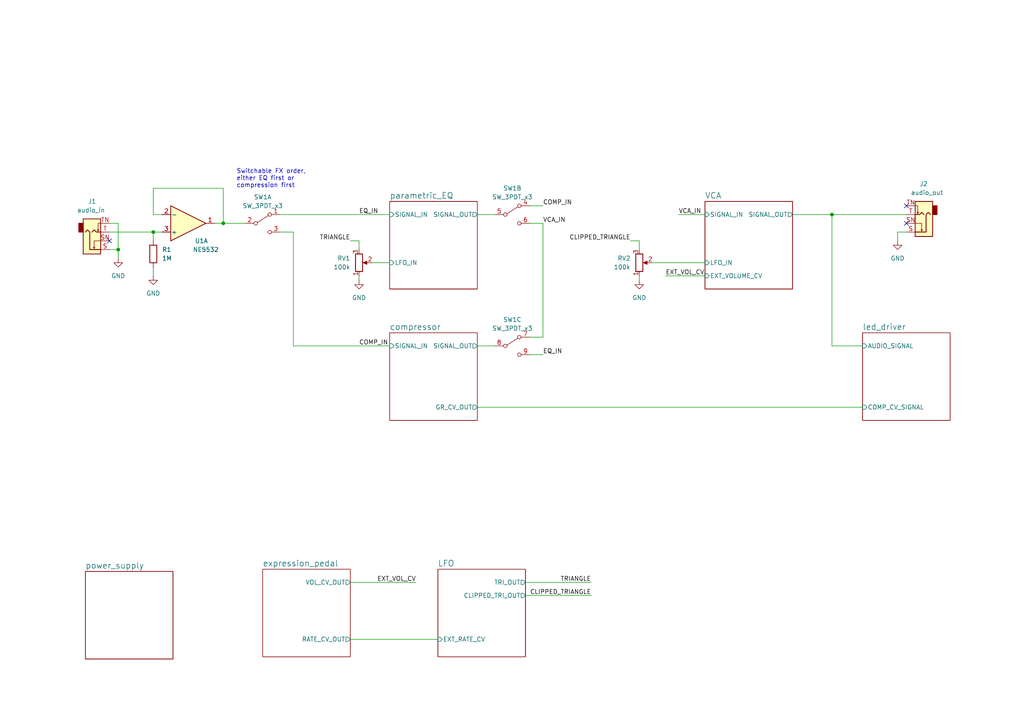
<source format=kicad_sch>
(kicad_sch (version 20211123) (generator eeschema)
  (paper "A4")
  (title_block (title "Wiggly EQ") (date "2022-08-01") (rev "0") (comment 2 "creativecommons.org/licenses/by/4.0") (comment 3 "License: CC by 4.0") (comment 4 "Author: Jordan Aceto"))
  (lib_symbols
    (symbol "Amplifier_Operational:NE5532" (pin_names (offset 0.127))
      (property "Reference" "U" (at 0 5.08 0))
      (property "Value" "NE5532" (at 0 -5.08 0))
      (symbol "NE5532_1_1"
        (polyline (pts (xy -5.08 5.08) (xy 5.08 0) (xy -5.08 -5.08) (xy -5.08 5.08)) (stroke (width 0.254)) (fill (type background)))
        (pin output line (at 7.62 0 180) (length 2.54) (name "~") (number "1"))
        (pin input line (at -7.62 -2.54 0) (length 2.54) (name "-") (number "2"))
        (pin input line (at -7.62 2.54 0) (length 2.54) (name "+") (number "3"))
      )
      (symbol "NE5532_2_1"
        (polyline (pts (xy -5.08 5.08) (xy 5.08 0) (xy -5.08 -5.08) (xy -5.08 5.08)) (stroke (width 0.254)) (fill (type background)))
        (pin input line (at -7.62 2.54 0) (length 2.54) (name "+") (number "5"))
        (pin input line (at -7.62 -2.54 0) (length 2.54) (name "-") (number "6"))
        (pin output line (at 7.62 0 180) (length 2.54) (name "~") (number "7"))
      )
      (symbol "NE5532_3_1"
        (pin power_in line (at -2.54 -7.62 90) (length 3.81) (name "V-") (number "4"))
        (pin power_in line (at -2.54 7.62 270) (length 3.81) (name "V+") (number "8"))
      )
    )
    (symbol "Connector:AudioJack2_Switch"
      (property "Reference" "J" (at 0 11.43 0))
      (property "Value" "AudioJack2_Switch" (at 0 8.89 0))
      (symbol "AudioJack2_Switch_0_1"
        (rectangle (start -2.54 0) (end -3.81 -2.54) (stroke (width 0.254)) (fill (type outline)))
        (rectangle (start 2.54 6.35) (end -2.54 -3.81) (stroke (width 0.254)) (fill (type background)))
      )
      (symbol "AudioJack2_Switch_1_1"
        (polyline (pts (xy 0.635 4.826) (xy 0.889 4.318)))
        (polyline (pts (xy 1.778 -0.254) (xy 2.032 -0.762)))
        (polyline (pts (xy 0 0) (xy 0.635 -0.635) (xy 1.27 0) (xy 2.54 0)) (stroke (width 0.254)))
        (polyline (pts (xy 2.54 -2.54) (xy 1.778 -2.54) (xy 1.778 -0.254) (xy 1.524 -0.762)))
        (polyline (pts (xy 2.54 2.54) (xy 0.635 2.54) (xy 0.635 4.826) (xy 0.381 4.318)))
        (polyline (pts (xy 2.54 5.08) (xy -0.635 5.08) (xy -0.635 0) (xy -1.27 -0.635) (xy -1.905 0)) (stroke (width 0.254)))
        (pin passive line (at 5.08 5.08 180) (length 2.54) (name "~") (number "S"))
        (pin passive line (at 5.08 2.54 180) (length 2.54) (name "~") (number "SN"))
        (pin passive line (at 5.08 0 180) (length 2.54) (name "~") (number "T"))
        (pin passive line (at 5.08 -2.54 180) (length 2.54) (name "~") (number "TN"))
      )
    )
    (symbol "Device:R" (pin_numbers hide) (pin_names (offset 0))
      (property "Reference" "R" (at 2.032 0 90))
      (property "Value" "R" (at 0 0 90))
      (symbol "R_0_1"
        (rectangle (start -1.016 -2.54) (end 1.016 2.54) (stroke (width 0.254)))
      )
      (symbol "R_1_1"
        (pin passive line (at 0 3.81 270) (length 1.27) (name "~") (number "1"))
        (pin passive line (at 0 -3.81 90) (length 1.27) (name "~") (number "2"))
      )
    )
    (symbol "Device:R_Potentiometer" (pin_names (offset 1.016) hide)
      (property "Reference" "RV" (at -4.445 0 90))
      (property "Value" "R_Potentiometer" (at -2.54 0 90))
      (symbol "R_Potentiometer_0_1"
        (polyline (pts (xy 2.54 0) (xy 1.524 0)))
        (polyline (pts (xy 1.143 0) (xy 2.286 0.508) (xy 2.286 -0.508) (xy 1.143 0)) (fill (type outline)))
        (rectangle (start 1.016 2.54) (end -1.016 -2.54) (stroke (width 0.254)))
      )
      (symbol "R_Potentiometer_1_1"
        (pin passive line (at 0 3.81 270) (length 1.27) (name "1") (number "1"))
        (pin passive line (at 3.81 0 180) (length 1.27) (name "2") (number "2"))
        (pin passive line (at 0 -3.81 90) (length 1.27) (name "3") (number "3"))
      )
    )
    (symbol "custom_components:SW_3PDT_x3" (pin_names (offset 0) hide)
      (property "Reference" "SW?" (at 0 7.62 0))
      (property "Value" "SW_3PDT_x3" (at 0 5.08 0))
      (symbol "SW_3PDT_x3_0_0"
        (circle (center -2.032 0) (radius 0.508))
        (circle (center 2.032 -2.54) (radius 0.508))
      )
      (symbol "SW_3PDT_x3_0_1"
        (polyline (pts (xy -1.524 0.254) (xy 1.651 2.286)))
        (circle (center 2.032 2.54) (radius 0.508))
      )
      (symbol "SW_3PDT_x3_1_1"
        (pin passive line (at 5.08 2.54 180) (length 2.54) (name "A") (number "1"))
        (pin passive line (at -5.08 0 0) (length 2.54) (name "B") (number "2"))
        (pin passive line (at 5.08 -2.54 180) (length 2.54) (name "C") (number "3"))
      )
      (symbol "SW_3PDT_x3_2_1"
        (pin passive line (at 5.08 2.54 180) (length 2.54) (name "A") (number "4"))
        (pin passive line (at -5.08 0 0) (length 2.54) (name "B") (number "5"))
        (pin passive line (at 5.08 -2.54 180) (length 2.54) (name "C") (number "6"))
      )
      (symbol "SW_3PDT_x3_3_1"
        (pin passive line (at 5.08 2.54 180) (length 2.54) (name "A") (number "7"))
        (pin passive line (at -5.08 0 0) (length 2.54) (name "B") (number "8"))
        (pin passive line (at 5.08 -2.54 180) (length 2.54) (name "C") (number "9"))
      )
    )
    (symbol "power:GND" (power) (pin_names (offset 0))
      (property "Value" "GND" (at 0 -3.81 0))
      (symbol "GND_0_1"
        (polyline (pts (xy 0 0) (xy 0 -1.27) (xy 1.27 -1.27) (xy 0 -2.54) (xy -1.27 -1.27) (xy 0 -1.27)))
      )
      (symbol "GND_1_1"
        (pin power_in line (at 0 0 270) (length 0) hide (name "GND") (number "1"))
      )
    )
  )
  (junction (at 34.29 72.39))
  (junction (at 44.45 67.31))
  (junction (at 64.77 64.77))
  (junction (at 241.3 62.23))
  (no_connect (at 262.89 59.69))
  (no_connect (at 262.89 64.77))
  (no_connect (at 31.75 69.85))
  (wire (pts (xy 101.6 69.85) (xy 104.14 69.85)))
  (wire (pts (xy 182.88 69.85) (xy 185.42 69.85)))
  (wire (pts (xy 81.28 67.31) (xy 85.09 67.31)))
  (wire (pts (xy 250.19 100.33) (xy 241.3 100.33)))
  (wire (pts (xy 31.75 67.31) (xy 44.45 67.31)))
  (wire (pts (xy 34.29 72.39) (xy 31.75 72.39)))
  (wire (pts (xy 193.04 80.01) (xy 204.47 80.01)))
  (wire (pts (xy 107.95 76.2) (xy 113.03 76.2)))
  (wire (pts (xy 44.45 77.47) (xy 44.45 80.01)))
  (wire (pts (xy 241.3 100.33) (xy 241.3 62.23)))
  (wire (pts (xy 64.77 64.77) (xy 62.23 64.77)))
  (wire (pts (xy 157.48 97.79) (xy 157.48 64.77)))
  (wire (pts (xy 34.29 74.93) (xy 34.29 72.39)))
  (wire (pts (xy 85.09 100.33) (xy 113.03 100.33)))
  (wire (pts (xy 44.45 69.85) (xy 44.45 67.31)))
  (wire (pts (xy 153.67 59.69) (xy 157.48 59.69)))
  (wire (pts (xy 64.77 54.61) (xy 64.77 64.77)))
  (wire (pts (xy 34.29 64.77) (xy 31.75 64.77)))
  (wire (pts (xy 153.67 102.87) (xy 157.48 102.87)))
  (wire (pts (xy 152.4 168.91) (xy 171.45 168.91)))
  (wire (pts (xy 185.42 69.85) (xy 185.42 72.39)))
  (wire (pts (xy 101.6 185.42) (xy 127 185.42)))
  (wire (pts (xy 185.42 80.01) (xy 185.42 81.28)))
  (wire (pts (xy 44.45 67.31) (xy 46.99 67.31)))
  (wire (pts (xy 204.47 62.23) (xy 196.85 62.23)))
  (wire (pts (xy 138.43 100.33) (xy 143.51 100.33)))
  (wire (pts (xy 81.28 62.23) (xy 113.03 62.23)))
  (wire (pts (xy 101.6 168.91) (xy 120.65 168.91)))
  (wire (pts (xy 104.14 69.85) (xy 104.14 72.39)))
  (wire (pts (xy 85.09 67.31) (xy 85.09 100.33)))
  (wire (pts (xy 152.4 172.72) (xy 171.45 172.72)))
  (wire (pts (xy 44.45 54.61) (xy 64.77 54.61)))
  (wire (pts (xy 229.87 62.23) (xy 241.3 62.23)))
  (wire (pts (xy 241.3 62.23) (xy 262.89 62.23)))
  (wire (pts (xy 104.14 80.01) (xy 104.14 81.28)))
  (wire (pts (xy 157.48 64.77) (xy 153.67 64.77)))
  (wire (pts (xy 260.35 69.85) (xy 260.35 67.31)))
  (wire (pts (xy 46.99 62.23) (xy 44.45 62.23)))
  (wire (pts (xy 260.35 67.31) (xy 262.89 67.31)))
  (wire (pts (xy 34.29 72.39) (xy 34.29 64.77)))
  (wire (pts (xy 138.43 118.11) (xy 250.19 118.11)))
  (wire (pts (xy 189.23 76.2) (xy 204.47 76.2)))
  (wire (pts (xy 143.51 62.23) (xy 138.43 62.23)))
  (wire (pts (xy 64.77 64.77) (xy 71.12 64.77)))
  (wire (pts (xy 153.67 97.79) (xy 157.48 97.79)))
  (wire (pts (xy 44.45 62.23) (xy 44.45 54.61)))
  (text "Switchable FX order,\neither EQ first or\ncompression first" (at 68.58 54.61 0) (effects (font (size 1.27 1.27)) (justify left bottom)))
  (label "VCA_IN" (at 157.48 64.77 0))
  (label "CLIPPED_TRIANGLE" (at 171.45 172.72 180))
  (label "EQ_IN" (at 104.14 62.23 0))
  (label "VCA_IN" (at 196.85 62.23 0))
  (label "COMP_IN" (at 157.48 59.69 0))
  (label "EQ_IN" (at 157.48 102.87 0))
  (label "CLIPPED_TRIANGLE" (at 182.88 69.85 180))
  (label "TRIANGLE" (at 101.6 69.85 180))
  (label "EXT_VOL_CV" (at 193.04 80.01 0))
  (label "COMP_IN" (at 104.14 100.33 0))
  (label "EXT_VOL_CV" (at 120.65 168.91 180))
  (label "TRIANGLE" (at 171.45 168.91 180))
  (symbol (lib_id "custom_components:SW_3PDT_x3") (at 148.59 100.33 0) (unit 3)
    (property "Reference" "SW1" (at 148.59 92.71 0))
    (property "Value" "SW_3PDT_x3" (at 148.59 95.25 0))
  )
  (symbol (lib_id "power:GND") (at 44.45 80.01 0) (unit 1)
    (property "Reference" "#PWR03" (effects hide))
    (property "Value" "GND" (at 44.45 85.09 0))
  )
  (symbol (lib_id "custom_components:SW_3PDT_x3") (at 76.2 64.77 0) (unit 1)
    (property "Reference" "SW1" (at 76.2 57.15 0))
    (property "Value" "SW_3PDT_x3" (at 76.2 59.69 0))
  )
  (symbol (lib_id "power:GND") (at 104.14 81.28 0) (unit 1)
    (property "Reference" "#PWR04" (effects hide))
    (property "Value" "GND" (at 104.14 86.36 0))
  )
  (symbol (lib_id "Device:R_Potentiometer") (at 104.14 76.2 0) (mirror x) (unit 1)
    (property "Reference" "RV1" (at 101.6 74.9299 0) (effects (justify right)))
    (property "Value" "100k" (at 101.6 77.4699 0) (effects (justify right)))
  )
  (symbol (lib_id "power:GND") (at 34.29 74.93 0) (unit 1)
    (property "Reference" "#PWR02" (effects hide))
    (property "Value" "GND" (at 34.29 80.01 0))
  )
  (symbol (lib_id "custom_components:SW_3PDT_x3") (at 148.59 62.23 0) (unit 2)
    (property "Reference" "SW1" (at 148.59 54.61 0))
    (property "Value" "SW_3PDT_x3" (at 148.59 57.15 0))
  )
  (symbol (lib_id "power:GND") (at 185.42 81.28 0) (unit 1)
    (property "Reference" "#PWR05" (effects hide))
    (property "Value" "GND" (at 185.42 86.36 0))
  )
  (symbol (lib_id "Device:R") (at 44.45 73.66 0) (unit 1)
    (property "Reference" "R1" (at 46.99 72.3899 0) (effects (justify left)))
    (property "Value" "1M" (at 46.99 74.9299 0) (effects (justify left)))
  )
  (symbol (lib_id "Device:R_Potentiometer") (at 185.42 76.2 0) (mirror x) (unit 1)
    (property "Reference" "RV2" (at 182.88 74.9299 0) (effects (justify right)))
    (property "Value" "100k" (at 182.88 77.4699 0) (effects (justify right)))
  )
  (symbol (lib_id "Amplifier_Operational:NE5532") (at 54.61 64.77 0) (mirror x) (unit 1)
    (property "Reference" "U1" (at 58.42 69.85 0))
    (property "Value" "NE5532" (at 59.69 72.39 0))
    (property "Footprint" "Package_DIP:DIP-8_W7.62mm" (effects hide))
    (property "Datasheet" "http://www.ti.com/lit/ds/symlink/ne5532.pdf" (effects hide))
  )
  (symbol (lib_id "Connector:AudioJack2_Switch") (at 267.97 62.23 180) (unit 1)
    (property "Reference" "J2" (at 266.7 53.34 0) (effects (justify right)))
    (property "Value" "audio_out" (at 264.16 55.88 0) (effects (justify right)))
  )
  (symbol (lib_id "power:GND") (at 260.35 69.85 0) (mirror y) (unit 1)
    (property "Reference" "#PWR0101" (effects hide))
    (property "Value" "GND" (at 260.35 74.93 0))
  )
  (symbol (lib_id "Connector:AudioJack2_Switch") (at 26.67 67.31 0) (mirror x) (unit 1)
    (property "Reference" "J1" (at 27.94 58.42 0) (effects (justify right)))
    (property "Value" "audio_in" (at 30.48 60.96 0) (effects (justify right)))
  )
  (sheet (at 204.47 58.42) (size 25.4 25.4) (stroke (width 0.1524))
    (property "Sheet name" "VCA" (at 204.47 57.7084 0) (effects (font (size 1.7 1.7)) (justify left bottom)))
    (property "Sheet file" "VCA.kicad_sch" (effects hide))
    (pin "SIGNAL_OUT" output (at 229.87 62.23 0))
    (pin "SIGNAL_IN" input (at 204.47 62.23 180))
    (pin "EXT_VOLUME_CV" input (at 204.47 80.01 180))
    (pin "LFO_IN" input (at 204.47 76.2 180))
  )
  (sheet (at 24.765 165.735) (size 25.4 25.4) (stroke (width 0.1524))
    (property "Sheet name" "power_supply" (at 24.765 165.0234 0) (effects (font (size 1.7 1.7)) (justify left bottom)))
    (property "Sheet file" "power_supply.kicad_sch" (effects hide))
  )
  (sheet (at 113.03 96.52) (size 25.4 25.4) (stroke (width 0.1524))
    (property "Sheet name" "compressor" (at 113.03 95.8084 0) (effects (font (size 1.7 1.7)) (justify left bottom)))
    (property "Sheet file" "compressor.kicad_sch" (effects hide))
    (pin "SIGNAL_OUT" output (at 138.43 100.33 0))
    (pin "SIGNAL_IN" input (at 113.03 100.33 180))
    (pin "GR_CV_OUT" output (at 138.43 118.11 0))
  )
  (sheet (at 76.2 165.1) (size 25.4 25.4) (stroke (width 0.1524))
    (property "Sheet name" "expression_pedal" (at 76.2 164.3884 0) (effects (font (size 1.7 1.7)) (justify left bottom)))
    (property "Sheet file" "expression_pedal.kicad_sch" (effects hide))
    (pin "VOL_CV_OUT" output (at 101.6 168.91 0))
    (pin "RATE_CV_OUT" output (at 101.6 185.42 0))
  )
  (sheet (at 250.19 96.52) (size 25.4 25.4) (stroke (width 0.1524))
    (property "Sheet name" "led_driver" (at 250.19 95.8084 0) (effects (font (size 1.7 1.7)) (justify left bottom)))
    (property "Sheet file" "led_driver.kicad_sch" (effects hide))
    (pin "COMP_CV_SIGNAL" input (at 250.19 118.11 180))
    (pin "AUDIO_SIGNAL" input (at 250.19 100.33 180))
  )
  (sheet (at 113.03 58.42) (size 25.4 25.4) (stroke (width 0.1524))
    (property "Sheet name" "parametric_EQ" (at 113.03 57.7084 0) (effects (font (size 1.7 1.7)) (justify left bottom)))
    (property "Sheet file" "parametric_EQ.kicad_sch" (effects hide))
    (pin "SIGNAL_IN" input (at 113.03 62.23 180))
    (pin "LFO_IN" input (at 113.03 76.2 180))
    (pin "SIGNAL_OUT" output (at 138.43 62.23 0))
  )
  (sheet (at 127 165.1) (size 25.4 25.4) (stroke (width 0.1524))
    (property "Sheet name" "LFO" (at 127 164.3884 0) (effects (font (size 1.7 1.7)) (justify left bottom)))
    (property "Sheet file" "LFO.kicad_sch" (effects hide))
    (pin "EXT_RATE_CV" input (at 127 185.42 180))
    (pin "TRI_OUT" output (at 152.4 168.91 0))
    (pin "CLIPPED_TRI_OUT" output (at 152.4 172.72 0))
  )
)
</source>
